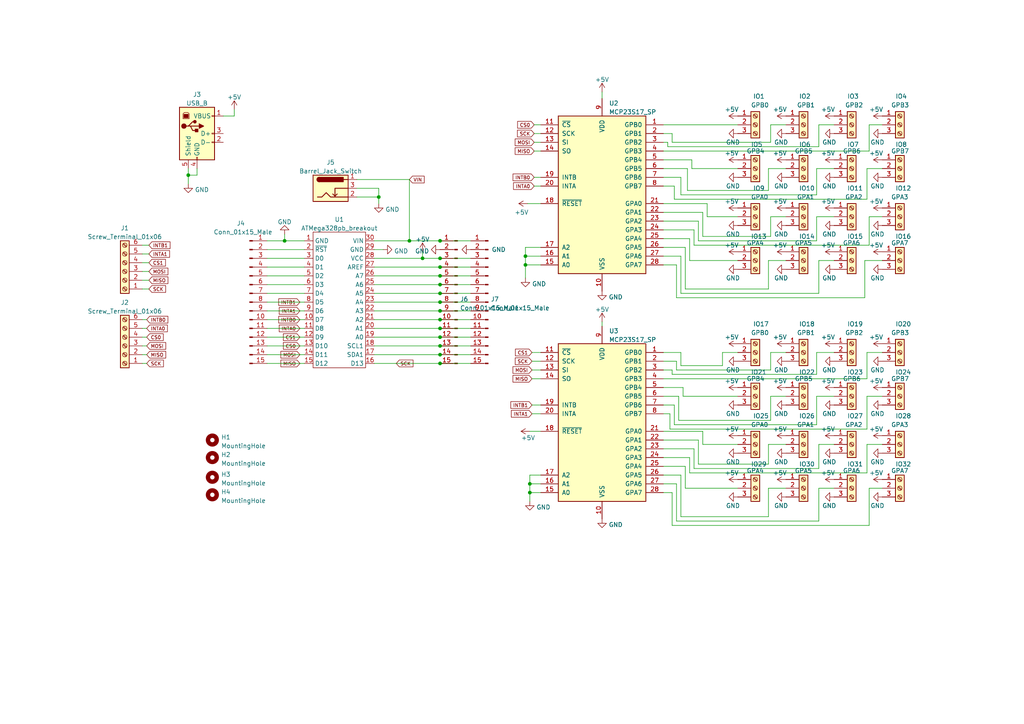
<source format=kicad_sch>
(kicad_sch (version 20230121) (generator eeschema)
  (paper "A4")
  (lib_symbols
    (symbol "Connector:Barrel_Jack_Switch" (pin_names hide)
      (property "Reference" "J" (at 0 5.334 0))
      (property "Value" "Barrel_Jack_Switch" (at 0 -5.08 0))
      (symbol "Barrel_Jack_Switch_1_1"
        (pin passive line (at 7.62 2.54 180) (length 2.54) (name "~") (number "1"))
        (pin passive line (at 7.62 -2.54 180) (length 2.54) (name "~") (number "2"))
        (pin passive line (at 7.62 0 180) (length 2.54) (name "~") (number "3"))
      )
    )
    (symbol "Connector:Conn_01x15_Male" (pin_names (offset 1.016) hide)
      (property "Reference" "J" (at 0 20.32 0))
      (property "Value" "Conn_01x15_Male" (at 0 -20.32 0))
      (symbol "Conn_01x15_Male_1_1"
        (pin passive line (at 5.08 17.78 180) (length 3.81) (name "Pin_1") (number "1"))
        (pin passive line (at 5.08 -5.08 180) (length 3.81) (name "Pin_10") (number "10"))
        (pin passive line (at 5.08 -7.62 180) (length 3.81) (name "Pin_11") (number "11"))
        (pin passive line (at 5.08 -10.16 180) (length 3.81) (name "Pin_12") (number "12"))
        (pin passive line (at 5.08 -12.7 180) (length 3.81) (name "Pin_13") (number "13"))
        (pin passive line (at 5.08 -15.24 180) (length 3.81) (name "Pin_14") (number "14"))
        (pin passive line (at 5.08 -17.78 180) (length 3.81) (name "Pin_15") (number "15"))
        (pin passive line (at 5.08 15.24 180) (length 3.81) (name "Pin_2") (number "2"))
        (pin passive line (at 5.08 12.7 180) (length 3.81) (name "Pin_3") (number "3"))
        (pin passive line (at 5.08 10.16 180) (length 3.81) (name "Pin_4") (number "4"))
        (pin passive line (at 5.08 7.62 180) (length 3.81) (name "Pin_5") (number "5"))
        (pin passive line (at 5.08 5.08 180) (length 3.81) (name "Pin_6") (number "6"))
        (pin passive line (at 5.08 2.54 180) (length 3.81) (name "Pin_7") (number "7"))
        (pin passive line (at 5.08 0 180) (length 3.81) (name "Pin_8") (number "8"))
        (pin passive line (at 5.08 -2.54 180) (length 3.81) (name "Pin_9") (number "9"))
      )
    )
    (symbol "Connector:Screw_Terminal_01x03" (pin_names (offset 1.016) hide)
      (property "Reference" "J" (at 0 5.08 0))
      (property "Value" "Screw_Terminal_01x03" (at 0 -5.08 0))
      (symbol "Screw_Terminal_01x03_1_1"
        (pin passive line (at -5.08 2.54 0) (length 3.81) (name "Pin_1") (number "1"))
        (pin passive line (at -5.08 0 0) (length 3.81) (name "Pin_2") (number "2"))
        (pin passive line (at -5.08 -2.54 0) (length 3.81) (name "Pin_3") (number "3"))
      )
    )
    (symbol "Connector:Screw_Terminal_01x06" (pin_names (offset 1.016) hide)
      (property "Reference" "J" (at 0 7.62 0))
      (property "Value" "Screw_Terminal_01x06" (at 0 -10.16 0))
      (symbol "Screw_Terminal_01x06_1_1"
        (pin passive line (at -5.08 5.08 0) (length 3.81) (name "Pin_1") (number "1"))
        (pin passive line (at -5.08 2.54 0) (length 3.81) (name "Pin_2") (number "2"))
        (pin passive line (at -5.08 0 0) (length 3.81) (name "Pin_3") (number "3"))
        (pin passive line (at -5.08 -2.54 0) (length 3.81) (name "Pin_4") (number "4"))
        (pin passive line (at -5.08 -5.08 0) (length 3.81) (name "Pin_5") (number "5"))
        (pin passive line (at -5.08 -7.62 0) (length 3.81) (name "Pin_6") (number "6"))
      )
    )
    (symbol "Connector:USB_B" (pin_names (offset 1.016))
      (property "Reference" "J" (at -5.08 11.43 0))
      (property "Value" "USB_B" (at -5.08 8.89 0))
      (symbol "USB_B_1_1"
        (pin power_out line (at 7.62 5.08 180) (length 2.54) (name "VBUS") (number "1"))
        (pin bidirectional line (at 7.62 -2.54 180) (length 2.54) (name "D-") (number "2"))
        (pin bidirectional line (at 7.62 0 180) (length 2.54) (name "D+") (number "3"))
        (pin power_out line (at 0 -10.16 90) (length 2.54) (name "GND") (number "4"))
        (pin passive line (at -2.54 -10.16 90) (length 2.54) (name "Shield") (number "5"))
      )
    )
    (symbol "EzerLonginus:ATMega328pb_breakout"
      (property "Reference" "U" (at -1.27 19.05 0))
      (property "Value" "ATMega328pb_breakout" (at 0 16.51 0))
      (symbol "ATMega328pb_breakout_1_1"
        (pin power_in line (at -10.16 12.7 0) (length 2.54) (name "GND") (number "1"))
        (pin bidirectional line (at -10.16 -10.16 0) (length 2.54) (name "D7") (number "10"))
        (pin bidirectional line (at -10.16 -12.7 0) (length 2.54) (name "D8") (number "11"))
        (pin bidirectional line (at -10.16 -15.24 0) (length 2.54) (name "D9") (number "12"))
        (pin bidirectional line (at -10.16 -17.78 0) (length 2.54) (name "D10") (number "13"))
        (pin bidirectional line (at -10.16 -20.32 0) (length 2.54) (name "D11") (number "14"))
        (pin bidirectional line (at -10.16 -22.86 0) (length 2.54) (name "D12") (number "15"))
        (pin bidirectional line (at 10.16 -22.86 180) (length 2.54) (name "D13") (number "16"))
        (pin bidirectional line (at 10.16 -20.32 180) (length 2.54) (name "SDA1") (number "17"))
        (pin bidirectional line (at 10.16 -17.78 180) (length 2.54) (name "SCL1") (number "18"))
        (pin input line (at 10.16 -15.24 180) (length 2.54) (name "A0") (number "19"))
        (pin input line (at -10.16 10.16 0) (length 2.54) (name "~{RST}") (number "2"))
        (pin input line (at 10.16 -12.7 180) (length 2.54) (name "A1") (number "20"))
        (pin input line (at 10.16 -10.16 180) (length 2.54) (name "A2") (number "21"))
        (pin input line (at 10.16 -7.62 180) (length 2.54) (name "A3") (number "22"))
        (pin input line (at 10.16 -5.08 180) (length 2.54) (name "A4") (number "23"))
        (pin input line (at 10.16 -2.54 180) (length 2.54) (name "A5") (number "24"))
        (pin input line (at 10.16 0 180) (length 2.54) (name "A6") (number "25"))
        (pin input line (at 10.16 2.54 180) (length 2.54) (name "A7") (number "26"))
        (pin input line (at 10.16 5.08 180) (length 2.54) (name "AREF") (number "27"))
        (pin power_in line (at 10.16 7.62 180) (length 2.54) (name "VCC") (number "28"))
        (pin power_in line (at 10.16 10.16 180) (length 2.54) (name "GND") (number "29"))
        (pin bidirectional line (at -10.16 7.62 0) (length 2.54) (name "D0") (number "3"))
        (pin power_in line (at 10.16 12.7 180) (length 2.54) (name "VIN") (number "30"))
        (pin bidirectional line (at -10.16 5.08 0) (length 2.54) (name "D1") (number "4"))
        (pin bidirectional line (at -10.16 2.54 0) (length 2.54) (name "D2") (number "5"))
        (pin bidirectional line (at -10.16 0 0) (length 2.54) (name "D3") (number "6"))
        (pin bidirectional line (at -10.16 -2.54 0) (length 2.54) (name "D4") (number "7"))
        (pin bidirectional line (at -10.16 -5.08 0) (length 2.54) (name "D5") (number "8"))
        (pin bidirectional line (at -10.16 -7.62 0) (length 2.54) (name "D6") (number "9"))
      )
    )
    (symbol "Interface_Expansion:MCP23S17_SP" (pin_names (offset 1.016))
      (property "Reference" "U" (at -11.43 24.13 0))
      (property "Value" "MCP23S17_SP" (at 0 0 0))
      (symbol "MCP23S17_SP_1_1"
        (pin bidirectional line (at 17.78 20.32 180) (length 5.08) (name "GPB0") (number "1"))
        (pin power_in line (at 0 -27.94 90) (length 5.08) (name "VSS") (number "10"))
        (pin input line (at -17.78 20.32 0) (length 5.08) (name "~{CS}") (number "11"))
        (pin input line (at -17.78 17.78 0) (length 5.08) (name "SCK") (number "12"))
        (pin input line (at -17.78 15.24 0) (length 5.08) (name "SI") (number "13"))
        (pin output line (at -17.78 12.7 0) (length 5.08) (name "SO") (number "14"))
        (pin input line (at -17.78 -20.32 0) (length 5.08) (name "A0") (number "15"))
        (pin input line (at -17.78 -17.78 0) (length 5.08) (name "A1") (number "16"))
        (pin input line (at -17.78 -15.24 0) (length 5.08) (name "A2") (number "17"))
        (pin input line (at -17.78 -2.54 0) (length 5.08) (name "~{RESET}") (number "18"))
        (pin tri_state line (at -17.78 5.08 0) (length 5.08) (name "INTB") (number "19"))
        (pin bidirectional line (at 17.78 17.78 180) (length 5.08) (name "GPB1") (number "2"))
        (pin tri_state line (at -17.78 2.54 0) (length 5.08) (name "INTA") (number "20"))
        (pin bidirectional line (at 17.78 -2.54 180) (length 5.08) (name "GPA0") (number "21"))
        (pin bidirectional line (at 17.78 -5.08 180) (length 5.08) (name "GPA1") (number "22"))
        (pin bidirectional line (at 17.78 -7.62 180) (length 5.08) (name "GPA2") (number "23"))
        (pin bidirectional line (at 17.78 -10.16 180) (length 5.08) (name "GPA3") (number "24"))
        (pin bidirectional line (at 17.78 -12.7 180) (length 5.08) (name "GPA4") (number "25"))
        (pin bidirectional line (at 17.78 -15.24 180) (length 5.08) (name "GPA5") (number "26"))
        (pin bidirectional line (at 17.78 -17.78 180) (length 5.08) (name "GPA6") (number "27"))
        (pin bidirectional line (at 17.78 -20.32 180) (length 5.08) (name "GPA7") (number "28"))
        (pin bidirectional line (at 17.78 15.24 180) (length 5.08) (name "GPB2") (number "3"))
        (pin bidirectional line (at 17.78 12.7 180) (length 5.08) (name "GPB3") (number "4"))
        (pin bidirectional line (at 17.78 10.16 180) (length 5.08) (name "GPB4") (number "5"))
        (pin bidirectional line (at 17.78 7.62 180) (length 5.08) (name "GPB5") (number "6"))
        (pin bidirectional line (at 17.78 5.08 180) (length 5.08) (name "GPB6") (number "7"))
        (pin bidirectional line (at 17.78 2.54 180) (length 5.08) (name "GPB7") (number "8"))
        (pin power_in line (at 0 27.94 270) (length 5.08) (name "VDD") (number "9"))
      )
    )
    (symbol "Mechanical:MountingHole" (pin_names (offset 1.016))
      (property "Reference" "H" (at 0 5.08 0))
      (property "Value" "MountingHole" (at 0 3.175 0))
    )
    (symbol "power:+5V" (power) (pin_names (offset 0))
      (property "Value" "+5V" (at 0 3.556 0))
      (symbol "+5V_1_1"
        (pin power_in line (at 0 0 90) (length 0) hide (name "+5V") (number "1"))
      )
    )
    (symbol "power:GND" (power) (pin_names (offset 0))
      (property "Value" "GND" (at 0 -3.81 0))
      (symbol "GND_1_1"
        (pin power_in line (at 0 0 270) (length 0) hide (name "GND") (number "1"))
      )
    )
  )
  (junction (at 127.635 77.47))
  (junction (at 127.635 87.63))
  (junction (at 127.635 100.33))
  (junction (at 54.61 50.8))
  (junction (at 127.635 80.01))
  (junction (at 152.4 76.835))
  (junction (at 127.635 102.87))
  (junction (at 153.67 142.875))
  (junction (at 127.635 85.09))
  (junction (at 127.635 92.71))
  (junction (at 127.635 97.79))
  (junction (at 127.635 90.17))
  (junction (at 122.555 74.93))
  (junction (at 118.745 69.85))
  (junction (at 127.635 105.41))
  (junction (at 82.55 69.85))
  (junction (at 127.635 95.25))
  (junction (at 152.4 74.295))
  (junction (at 153.67 140.335))
  (junction (at 127.635 82.55))
  (junction (at 109.855 57.15))
  (junction (at 127.635 69.85))
  (junction (at 127.635 74.93))
  (wire (pts (xy 103.505 52.07) (xy 118.745 52.07)))
  (wire (pts (xy 250.825 86.36) (xy 196.215 86.36)))
  (wire (pts (xy 222.885 75.565) (xy 222.885 83.82)))
  (wire (pts (xy 222.885 128.905) (xy 227.965 128.905)))
  (wire (pts (xy 201.295 135.89) (xy 201.295 130.175)))
  (wire (pts (xy 153.035 59.055) (xy 156.845 59.055)))
  (wire (pts (xy 77.47 92.71) (xy 88.265 92.71)))
  (wire (pts (xy 252.095 71.12) (xy 252.095 62.865)))
  (wire (pts (xy 192.405 120.015) (xy 194.31 120.015)))
  (wire (pts (xy 194.945 41.275) (xy 223.52 41.275)))
  (wire (pts (xy 118.745 69.85) (xy 127.635 69.85)))
  (wire (pts (xy 192.405 132.715) (xy 200.025 132.715)))
  (wire (pts (xy 77.47 74.93) (xy 88.265 74.93)))
  (wire (pts (xy 108.585 97.79) (xy 127.635 97.79)))
  (wire (pts (xy 127.635 92.71) (xy 136.525 92.71)))
  (wire (pts (xy 154.305 104.775) (xy 156.845 104.775)))
  (wire (pts (xy 192.405 61.595) (xy 203.835 61.595)))
  (wire (pts (xy 223.52 62.865) (xy 227.965 62.865)))
  (wire (pts (xy 108.585 87.63) (xy 127.635 87.63)))
  (wire (pts (xy 199.39 48.895) (xy 199.39 55.245)))
  (wire (pts (xy 122.555 74.93) (xy 127.635 74.93)))
  (wire (pts (xy 202.565 69.85) (xy 202.565 64.135)))
  (wire (pts (xy 197.485 137.795) (xy 192.405 137.795)))
  (wire (pts (xy 153.67 137.795) (xy 153.67 140.335)))
  (wire (pts (xy 194.945 142.875) (xy 192.405 142.875)))
  (wire (pts (xy 193.675 42.545) (xy 193.675 41.275)))
  (wire (pts (xy 200.66 46.355) (xy 192.405 46.355)))
  (wire (pts (xy 154.94 41.275) (xy 156.845 41.275)))
  (wire (pts (xy 196.215 107.315) (xy 223.52 107.315)))
  (wire (pts (xy 223.52 114.935) (xy 227.965 114.935)))
  (wire (pts (xy 196.85 114.935) (xy 196.85 121.92)))
  (wire (pts (xy 205.105 59.055) (xy 192.405 59.055)))
  (wire (pts (xy 213.995 102.235) (xy 209.55 102.235)))
  (wire (pts (xy 64.77 33.655) (xy 67.945 33.655)))
  (wire (pts (xy 236.855 123.19) (xy 195.58 123.19)))
  (wire (pts (xy 202.565 64.135) (xy 192.405 64.135)))
  (wire (pts (xy 152.4 71.755) (xy 152.4 74.295)))
  (wire (pts (xy 223.52 107.315) (xy 223.52 102.235)))
  (wire (pts (xy 194.945 152.4) (xy 194.945 142.875)))
  (wire (pts (xy 108.585 100.33) (xy 127.635 100.33)))
  (wire (pts (xy 77.47 77.47) (xy 88.265 77.47)))
  (wire (pts (xy 192.405 104.775) (xy 196.215 104.775)))
  (wire (pts (xy 236.855 102.235) (xy 236.855 108.585)))
  (wire (pts (xy 54.61 50.8) (xy 54.61 53.34)))
  (wire (pts (xy 252.095 43.815) (xy 252.095 36.195)))
  (wire (pts (xy 203.835 68.58) (xy 223.52 68.58)))
  (wire (pts (xy 237.49 128.905) (xy 237.49 135.89)))
  (wire (pts (xy 197.485 56.515) (xy 197.485 51.435)))
  (wire (pts (xy 154.305 102.235) (xy 156.845 102.235)))
  (wire (pts (xy 77.47 82.55) (xy 88.265 82.55)))
  (wire (pts (xy 241.935 102.235) (xy 236.855 102.235)))
  (wire (pts (xy 154.305 107.315) (xy 156.845 107.315)))
  (wire (pts (xy 127.635 100.33) (xy 136.525 100.33)))
  (wire (pts (xy 127.635 105.41) (xy 136.525 105.41)))
  (wire (pts (xy 255.905 141.605) (xy 252.095 141.605)))
  (wire (pts (xy 241.935 114.935) (xy 236.855 114.935)))
  (wire (pts (xy 41.275 83.82) (xy 43.18 83.82)))
  (wire (pts (xy 156.845 137.795) (xy 153.67 137.795)))
  (wire (pts (xy 41.275 100.33) (xy 42.545 100.33)))
  (wire (pts (xy 222.885 48.895) (xy 227.965 48.895)))
  (wire (pts (xy 108.585 80.01) (xy 127.635 80.01)))
  (wire (pts (xy 127.635 87.63) (xy 136.525 87.63)))
  (wire (pts (xy 222.885 149.86) (xy 197.485 149.86)))
  (wire (pts (xy 197.485 74.295) (xy 197.485 85.09)))
  (wire (pts (xy 156.845 74.295) (xy 152.4 74.295)))
  (wire (pts (xy 118.745 52.07) (xy 118.745 69.85)))
  (wire (pts (xy 108.585 85.09) (xy 127.635 85.09)))
  (wire (pts (xy 198.12 112.395) (xy 192.405 112.395)))
  (wire (pts (xy 193.675 41.275) (xy 192.405 41.275)))
  (wire (pts (xy 236.855 114.935) (xy 236.855 123.19)))
  (wire (pts (xy 77.47 72.39) (xy 88.265 72.39)))
  (wire (pts (xy 192.405 69.215) (xy 200.025 69.215)))
  (wire (pts (xy 251.46 102.235) (xy 255.905 102.235)))
  (wire (pts (xy 156.845 76.835) (xy 152.4 76.835)))
  (wire (pts (xy 252.095 62.865) (xy 255.905 62.865)))
  (wire (pts (xy 153.67 142.875) (xy 153.67 145.415)))
  (wire (pts (xy 222.885 55.245) (xy 222.885 48.895)))
  (wire (pts (xy 236.855 56.515) (xy 197.485 56.515)))
  (wire (pts (xy 109.855 54.61) (xy 109.855 57.15)))
  (wire (pts (xy 236.855 108.585) (xy 194.945 108.585)))
  (wire (pts (xy 237.49 141.605) (xy 241.935 141.605)))
  (wire (pts (xy 77.47 102.87) (xy 88.265 102.87)))
  (wire (pts (xy 200.025 75.565) (xy 213.995 75.565)))
  (wire (pts (xy 192.405 43.815) (xy 252.095 43.815)))
  (wire (pts (xy 109.855 57.15) (xy 109.855 59.055)))
  (wire (pts (xy 203.835 125.095) (xy 192.405 125.095)))
  (wire (pts (xy 250.825 75.565) (xy 250.825 86.36)))
  (wire (pts (xy 241.935 48.895) (xy 236.855 48.895)))
  (wire (pts (xy 252.095 141.605) (xy 252.095 152.4)))
  (wire (pts (xy 195.58 117.475) (xy 192.405 117.475)))
  (wire (pts (xy 153.67 140.335) (xy 156.845 140.335)))
  (wire (pts (xy 154.305 109.855) (xy 156.845 109.855)))
  (wire (pts (xy 77.47 87.63) (xy 88.265 87.63)))
  (wire (pts (xy 227.965 141.605) (xy 222.885 141.605)))
  (wire (pts (xy 252.095 36.195) (xy 255.905 36.195)))
  (wire (pts (xy 41.275 95.25) (xy 42.545 95.25)))
  (wire (pts (xy 194.31 124.46) (xy 251.46 124.46)))
  (wire (pts (xy 154.305 120.015) (xy 156.845 120.015)))
  (wire (pts (xy 252.095 152.4) (xy 194.945 152.4)))
  (wire (pts (xy 209.55 102.235) (xy 209.55 106.045)))
  (wire (pts (xy 197.485 85.09) (xy 237.49 85.09)))
  (wire (pts (xy 196.215 151.13) (xy 237.49 151.13)))
  (wire (pts (xy 195.58 53.975) (xy 195.58 57.785)))
  (wire (pts (xy 222.885 83.82) (xy 198.755 83.82)))
  (wire (pts (xy 77.47 69.85) (xy 82.55 69.85)))
  (wire (pts (xy 103.505 54.61) (xy 109.855 54.61)))
  (wire (pts (xy 192.405 109.855) (xy 251.46 109.855)))
  (wire (pts (xy 154.94 38.735) (xy 156.845 38.735)))
  (wire (pts (xy 192.405 127.635) (xy 202.565 127.635)))
  (wire (pts (xy 223.52 102.235) (xy 227.965 102.235)))
  (wire (pts (xy 197.485 149.86) (xy 197.485 137.795)))
  (wire (pts (xy 192.405 66.675) (xy 201.295 66.675)))
  (wire (pts (xy 196.215 104.775) (xy 196.215 107.315)))
  (wire (pts (xy 122.555 73.025) (xy 122.555 74.93)))
  (wire (pts (xy 237.49 85.09) (xy 237.49 75.565)))
  (wire (pts (xy 156.845 71.755) (xy 152.4 71.755)))
  (wire (pts (xy 251.46 124.46) (xy 251.46 114.935)))
  (wire (pts (xy 41.275 71.12) (xy 43.18 71.12)))
  (wire (pts (xy 192.405 140.335) (xy 196.215 140.335)))
  (wire (pts (xy 197.485 102.235) (xy 192.405 102.235)))
  (wire (pts (xy 199.39 55.245) (xy 222.885 55.245)))
  (wire (pts (xy 194.945 108.585) (xy 194.945 107.315)))
  (wire (pts (xy 41.275 76.2) (xy 43.18 76.2)))
  (wire (pts (xy 241.935 128.905) (xy 237.49 128.905)))
  (wire (pts (xy 200.66 48.895) (xy 200.66 46.355)))
  (wire (pts (xy 192.405 135.255) (xy 198.755 135.255)))
  (wire (pts (xy 237.49 36.195) (xy 237.49 42.545)))
  (wire (pts (xy 241.935 36.195) (xy 237.49 36.195)))
  (wire (pts (xy 223.52 68.58) (xy 223.52 62.865)))
  (wire (pts (xy 108.585 90.17) (xy 127.635 90.17)))
  (wire (pts (xy 41.275 73.66) (xy 43.18 73.66)))
  (wire (pts (xy 192.405 38.735) (xy 194.945 38.735)))
  (wire (pts (xy 77.47 95.25) (xy 88.265 95.25)))
  (wire (pts (xy 153.67 142.875) (xy 156.845 142.875)))
  (wire (pts (xy 198.755 83.82) (xy 198.755 71.755)))
  (wire (pts (xy 54.61 50.8) (xy 57.15 50.8)))
  (wire (pts (xy 251.46 57.785) (xy 251.46 48.895)))
  (wire (pts (xy 251.46 109.855) (xy 251.46 102.235)))
  (wire (pts (xy 195.58 57.785) (xy 251.46 57.785)))
  (wire (pts (xy 108.585 74.93) (xy 122.555 74.93)))
  (wire (pts (xy 209.55 106.045) (xy 197.485 106.045)))
  (wire (pts (xy 127.635 85.09) (xy 136.525 85.09)))
  (wire (pts (xy 77.47 85.09) (xy 88.265 85.09)))
  (wire (pts (xy 198.755 135.255) (xy 198.755 141.605)))
  (wire (pts (xy 41.275 81.28) (xy 43.18 81.28)))
  (wire (pts (xy 174.625 93.345) (xy 174.625 94.615)))
  (wire (pts (xy 127.635 97.79) (xy 136.525 97.79)))
  (wire (pts (xy 127.635 82.55) (xy 136.525 82.55)))
  (wire (pts (xy 194.945 38.735) (xy 194.945 41.275)))
  (wire (pts (xy 202.565 127.635) (xy 202.565 134.62)))
  (wire (pts (xy 127.635 74.93) (xy 136.525 74.93)))
  (wire (pts (xy 77.47 100.33) (xy 88.265 100.33)))
  (wire (pts (xy 251.46 114.935) (xy 255.905 114.935)))
  (wire (pts (xy 41.275 105.41) (xy 42.545 105.41)))
  (wire (pts (xy 41.275 78.74) (xy 43.18 78.74)))
  (wire (pts (xy 227.965 75.565) (xy 222.885 75.565)))
  (wire (pts (xy 200.025 132.715) (xy 200.025 137.16)))
  (wire (pts (xy 192.405 36.195) (xy 213.995 36.195)))
  (wire (pts (xy 201.295 71.12) (xy 252.095 71.12)))
  (wire (pts (xy 200.025 137.16) (xy 251.46 137.16)))
  (wire (pts (xy 195.58 123.19) (xy 195.58 117.475)))
  (wire (pts (xy 77.47 90.17) (xy 88.265 90.17)))
  (wire (pts (xy 196.85 121.92) (xy 223.52 121.92)))
  (wire (pts (xy 255.905 75.565) (xy 250.825 75.565)))
  (wire (pts (xy 77.47 105.41) (xy 88.265 105.41)))
  (wire (pts (xy 154.94 36.195) (xy 156.845 36.195)))
  (wire (pts (xy 201.295 130.175) (xy 192.405 130.175)))
  (wire (pts (xy 152.4 76.835) (xy 152.4 80.645)))
  (wire (pts (xy 197.485 51.435) (xy 192.405 51.435)))
  (wire (pts (xy 251.46 128.905) (xy 255.905 128.905)))
  (wire (pts (xy 198.755 71.755) (xy 192.405 71.755)))
  (wire (pts (xy 54.61 48.895) (xy 54.61 50.8)))
  (wire (pts (xy 108.585 77.47) (xy 127.635 77.47)))
  (wire (pts (xy 153.67 125.095) (xy 156.845 125.095)))
  (wire (pts (xy 251.46 137.16) (xy 251.46 128.905)))
  (wire (pts (xy 223.52 41.275) (xy 223.52 36.195)))
  (wire (pts (xy 236.855 69.85) (xy 202.565 69.85)))
  (wire (pts (xy 108.585 105.41) (xy 127.635 105.41)))
  (wire (pts (xy 108.585 82.55) (xy 127.635 82.55)))
  (wire (pts (xy 196.215 86.36) (xy 196.215 76.835)))
  (wire (pts (xy 222.885 134.62) (xy 222.885 128.905)))
  (wire (pts (xy 108.585 72.39) (xy 111.125 72.39)))
  (wire (pts (xy 198.12 114.935) (xy 198.12 112.395)))
  (wire (pts (xy 153.67 140.335) (xy 153.67 142.875)))
  (wire (pts (xy 213.995 62.865) (xy 205.105 62.865)))
  (wire (pts (xy 197.485 106.045) (xy 197.485 102.235)))
  (wire (pts (xy 213.995 128.905) (xy 203.835 128.905)))
  (wire (pts (xy 223.52 36.195) (xy 227.965 36.195)))
  (wire (pts (xy 241.935 62.865) (xy 236.855 62.865)))
  (wire (pts (xy 196.215 140.335) (xy 196.215 151.13)))
  (wire (pts (xy 77.47 80.01) (xy 88.265 80.01)))
  (wire (pts (xy 108.585 69.85) (xy 118.745 69.85)))
  (wire (pts (xy 200.025 69.215) (xy 200.025 75.565)))
  (wire (pts (xy 203.835 61.595) (xy 203.835 68.58)))
  (wire (pts (xy 236.855 62.865) (xy 236.855 69.85)))
  (wire (pts (xy 67.945 31.75) (xy 67.945 33.655)))
  (wire (pts (xy 192.405 53.975) (xy 195.58 53.975)))
  (wire (pts (xy 194.945 107.315) (xy 192.405 107.315)))
  (wire (pts (xy 82.55 67.945) (xy 82.55 69.85)))
  (wire (pts (xy 174.625 26.67) (xy 174.625 28.575)))
  (wire (pts (xy 127.635 69.85) (xy 136.525 69.85)))
  (wire (pts (xy 152.4 74.295) (xy 152.4 76.835)))
  (wire (pts (xy 108.585 95.25) (xy 127.635 95.25)))
  (wire (pts (xy 154.94 43.815) (xy 156.845 43.815)))
  (wire (pts (xy 237.49 135.89) (xy 201.295 135.89)))
  (wire (pts (xy 127.635 95.25) (xy 136.525 95.25)))
  (wire (pts (xy 196.215 76.835) (xy 192.405 76.835)))
  (wire (pts (xy 213.995 114.935) (xy 198.12 114.935)))
  (wire (pts (xy 198.755 141.605) (xy 213.995 141.605)))
  (wire (pts (xy 213.995 48.895) (xy 200.66 48.895)))
  (wire (pts (xy 237.49 42.545) (xy 193.675 42.545)))
  (wire (pts (xy 192.405 114.935) (xy 196.85 114.935)))
  (wire (pts (xy 41.275 92.71) (xy 42.545 92.71)))
  (wire (pts (xy 202.565 134.62) (xy 222.885 134.62)))
  (wire (pts (xy 194.31 120.015) (xy 194.31 124.46)))
  (wire (pts (xy 127.635 90.17) (xy 136.525 90.17)))
  (wire (pts (xy 41.275 102.87) (xy 42.545 102.87)))
  (wire (pts (xy 127.635 77.47) (xy 136.525 77.47)))
  (wire (pts (xy 237.49 75.565) (xy 241.935 75.565)))
  (wire (pts (xy 237.49 151.13) (xy 237.49 141.605)))
  (wire (pts (xy 108.585 92.71) (xy 127.635 92.71)))
  (wire (pts (xy 127.635 80.01) (xy 136.525 80.01)))
  (wire (pts (xy 108.585 102.87) (xy 127.635 102.87)))
  (wire (pts (xy 77.47 97.79) (xy 88.265 97.79)))
  (wire (pts (xy 103.505 57.15) (xy 109.855 57.15)))
  (wire (pts (xy 82.55 69.85) (xy 88.265 69.85)))
  (wire (pts (xy 127.635 102.87) (xy 136.525 102.87)))
  (wire (pts (xy 154.94 53.975) (xy 156.845 53.975)))
  (wire (pts (xy 222.885 141.605) (xy 222.885 149.86)))
  (wire (pts (xy 236.855 48.895) (xy 236.855 56.515)))
  (wire (pts (xy 41.275 97.79) (xy 42.545 97.79)))
  (wire (pts (xy 201.295 66.675) (xy 201.295 71.12)))
  (wire (pts (xy 192.405 48.895) (xy 199.39 48.895)))
  (wire (pts (xy 223.52 121.92) (xy 223.52 114.935)))
  (wire (pts (xy 203.835 128.905) (xy 203.835 125.095)))
  (wire (pts (xy 154.305 117.475) (xy 156.845 117.475)))
  (wire (pts (xy 251.46 48.895) (xy 255.905 48.895)))
  (wire (pts (xy 57.15 48.895) (xy 57.15 50.8)))
  (wire (pts (xy 192.405 74.295) (xy 197.485 74.295)))
  (wire (pts (xy 205.105 62.865) (xy 205.105 59.055)))
  (wire (pts (xy 154.94 51.435) (xy 156.845 51.435)))
  (global_label "INTA0" (shape input) (at 86.995 95.25 180) (effects (font (size 1 1))) (property "Intersheetrefs" "${INTERSHEET_REFS}" (effects hide)))
  (global_label "CS0" (shape input) (at 42.545 97.79 0) (effects (font (size 1 1))) (property "Intersheetrefs" "${INTERSHEET_REFS}" (effects hide)))
  (global_label "MOSI" (shape input) (at 154.94 41.275 180) (effects (font (size 1 1))) (property "Intersheetrefs" "${INTERSHEET_REFS}" (effects hide)))
  (global_label "INTB0" (shape input) (at 86.995 92.71 180) (effects (font (size 1 1))) (property "Intersheetrefs" "${INTERSHEET_REFS}" (effects hide)))
  (global_label "MOSI" (shape input) (at 42.545 100.33 0) (effects (font (size 1 1))) (property "Intersheetrefs" "${INTERSHEET_REFS}" (effects hide)))
  (global_label "MISO" (shape input) (at 42.545 102.87 0) (effects (font (size 1 1))) (property "Intersheetrefs" "${INTERSHEET_REFS}" (effects hide)))
  (global_label "INTB0" (shape input) (at 154.94 51.435 180) (effects (font (size 1 1))) (property "Intersheetrefs" "${INTERSHEET_REFS}" (effects hide)))
  (global_label "MOSI" (shape input) (at 86.995 102.87 180) (effects (font (size 1 1))) (property "Intersheetrefs" "${INTERSHEET_REFS}" (effects hide)))
  (global_label "MOSI" (shape input) (at 43.18 78.74 0) (effects (font (size 1 1))) (property "Intersheetrefs" "${INTERSHEET_REFS}" (effects hide)))
  (global_label "INTA1" (shape input) (at 154.305 120.015 180) (effects (font (size 1 1))) (property "Intersheetrefs" "${INTERSHEET_REFS}" (effects hide)))
  (global_label "INTB1" (shape input) (at 43.18 71.12 0) (effects (font (size 1 1))) (property "Intersheetrefs" "${INTERSHEET_REFS}" (effects hide)))
  (global_label "MISO" (shape input) (at 43.18 81.28 0) (effects (font (size 1 1))) (property "Intersheetrefs" "${INTERSHEET_REFS}" (effects hide)))
  (global_label "SCK" (shape input) (at 114.935 105.41 0) (effects (font (size 1 1))) (property "Intersheetrefs" "${INTERSHEET_REFS}" (effects hide)))
  (global_label "SCK" (shape input) (at 154.305 104.775 180) (effects (font (size 1 1))) (property "Intersheetrefs" "${INTERSHEET_REFS}" (effects hide)))
  (global_label "SCK" (shape input) (at 42.545 105.41 0) (effects (font (size 1 1))) (property "Intersheetrefs" "${INTERSHEET_REFS}" (effects hide)))
  (global_label "CS1" (shape input) (at 43.18 76.2 0) (effects (font (size 1 1))) (property "Intersheetrefs" "${INTERSHEET_REFS}" (effects hide)))
  (global_label "CS0" (shape input) (at 86.995 100.33 180) (effects (font (size 1 1))) (property "Intersheetrefs" "${INTERSHEET_REFS}" (effects hide)))
  (global_label "MISO" (shape input) (at 154.305 109.855 180) (effects (font (size 1 1))) (property "Intersheetrefs" "${INTERSHEET_REFS}" (effects hide)))
  (global_label "SCK" (shape input) (at 43.18 83.82 0) (effects (font (size 1 1))) (property "Intersheetrefs" "${INTERSHEET_REFS}" (effects hide)))
  (global_label "MISO" (shape input) (at 154.94 43.815 180) (effects (font (size 1 1))) (property "Intersheetrefs" "${INTERSHEET_REFS}" (effects hide)))
  (global_label "SCK" (shape input) (at 154.94 38.735 180) (effects (font (size 1 1))) (property "Intersheetrefs" "${INTERSHEET_REFS}" (effects hide)))
  (global_label "MOSI" (shape input) (at 154.305 107.315 180) (effects (font (size 1 1))) (property "Intersheetrefs" "${INTERSHEET_REFS}" (effects hide)))
  (global_label "CS1" (shape input) (at 86.995 97.79 180) (effects (font (size 1 1))) (property "Intersheetrefs" "${INTERSHEET_REFS}" (effects hide)))
  (global_label "CS0" (shape input) (at 154.94 36.195 180) (effects (font (size 1 1))) (property "Intersheetrefs" "${INTERSHEET_REFS}" (effects hide)))
  (global_label "INTA0" (shape input) (at 42.545 95.25 0) (effects (font (size 1 1))) (property "Intersheetrefs" "${INTERSHEET_REFS}" (effects hide)))
  (global_label "MISO" (shape input) (at 86.995 105.41 180) (effects (font (size 1 1))) (property "Intersheetrefs" "${INTERSHEET_REFS}" (effects hide)))
  (global_label "INTA0" (shape input) (at 154.94 53.975 180) (effects (font (size 1 1))) (property "Intersheetrefs" "${INTERSHEET_REFS}" (effects hide)))
  (global_label "INTB0" (shape input) (at 42.545 92.71 0) (effects (font (size 1 1))) (property "Intersheetrefs" "${INTERSHEET_REFS}" (effects hide)))
  (global_label "INTA1" (shape input) (at 86.995 90.17 180) (effects (font (size 1 1))) (property "Intersheetrefs" "${INTERSHEET_REFS}" (effects hide)))
  (global_label "CS1" (shape input) (at 154.305 102.235 180) (effects (font (size 1 1))) (property "Intersheetrefs" "${INTERSHEET_REFS}" (effects hide)))
  (global_label "INTB1" (shape input) (at 154.305 117.475 180) (effects (font (size 1 1))) (property "Intersheetrefs" "${INTERSHEET_REFS}" (effects hide)))
  (global_label "VIN" (shape input) (at 118.745 52.07 0) (effects (font (size 1 1))) (property "Intersheetrefs" "${INTERSHEET_REFS}" (effects hide)))
  (global_label "INTA1" (shape input) (at 43.18 73.66 0) (effects (font (size 1 1))) (property "Intersheetrefs" "${INTERSHEET_REFS}" (effects hide)))
  (global_label "INTB1" (shape input) (at 86.995 87.63 180) (effects (font (size 1 1))) (property "Intersheetrefs" "${INTERSHEET_REFS}" (effects hide)))
  (symbol (lib_id "power:+5V") (at 122.555 73.025 0) (unit 1)
    (property "Reference" "#PWR06" (effects hide))
    (property "Value" "+5V" (at 122.555 69.4492 0))
  )
  (symbol (lib_id "Connector:Screw_Terminal_01x03") (at 260.985 36.195 0) (unit 1)
    (property "Reference" "IO4" (at 259.715 27.94 0) (effects (justify left)))
    (property "Value" "GPB3" (at 258.445 30.48 0) (effects (justify left)))
    (property "Footprint" "TerminalBlock_TE-Connectivity:TerminalBlock_TE_282834-3_1x03_P2.54mm_Horizontal" (effects hide))
  )
  (symbol (lib_id "power:GND") (at 241.935 51.435 270) (unit 1)
    (property "Reference" "#PWR051" (effects hide))
    (property "Value" "GND" (at 242.57 53.975 90) (effects (justify right)))
  )
  (symbol (lib_id "power:GND") (at 111.125 72.39 90) (unit 1)
    (property "Reference" "#PWR05" (effects hide))
    (property "Value" "GND" (at 114.3 72.8238 90) (effects (justify right)))
  )
  (symbol (lib_id "power:+5V") (at 227.965 112.395 90) (unit 1)
    (property "Reference" "#PWR042" (effects hide))
    (property "Value" "+5V" (at 224.155 110.49 90) (effects (justify right)))
  )
  (symbol (lib_id "Connector:Screw_Terminal_01x03") (at 247.015 62.865 0) (unit 1)
    (property "Reference" "IO11" (at 245.745 54.61 0) (effects (justify left)))
    (property "Value" "GPA2" (at 245.11 57.15 0) (effects (justify left)))
    (property "Footprint" "TerminalBlock_TE-Connectivity:TerminalBlock_TE_282834-3_1x03_P2.54mm_Horizontal" (effects hide))
  )
  (symbol (lib_id "Mechanical:MountingHole") (at 61.595 127.635 0) (unit 1)
    (property "Reference" "H1" (at 64.135 126.8003 0) (effects (justify left)))
    (property "Value" "MountingHole" (at 64.135 129.3372 0) (effects (justify left)))
    (property "Footprint" "MountingHole:MountingHole_3.2mm_M3_DIN965_Pad" (effects hide))
  )
  (symbol (lib_id "power:+5V") (at 227.965 99.695 90) (unit 1)
    (property "Reference" "#PWR040" (effects hide))
    (property "Value" "+5V" (at 224.155 97.79 90) (effects (justify right)))
  )
  (symbol (lib_id "Connector:Screw_Terminal_01x06") (at 36.195 100.33 180) (unit 1)
    (property "Reference" "J2" (at 36.195 87.7402 0))
    (property "Value" "Screw_Terminal_01x06" (at 36.195 90.2771 0))
    (property "Footprint" "TerminalBlock_TE-Connectivity:TerminalBlock_TE_282834-6_1x06_P2.54mm_Horizontal" (effects hide))
  )
  (symbol (lib_id "power:GND") (at 213.995 117.475 270) (unit 1)
    (property "Reference" "#PWR027" (effects hide))
    (property "Value" "GND" (at 214.63 120.015 90) (effects (justify right)))
  )
  (symbol (lib_id "power:GND") (at 213.995 51.435 270) (unit 1)
    (property "Reference" "#PWR019" (effects hide))
    (property "Value" "GND" (at 214.63 53.975 90) (effects (justify right)))
  )
  (symbol (lib_id "power:GND") (at 241.935 38.735 270) (unit 1)
    (property "Reference" "#PWR049" (effects hide))
    (property "Value" "GND" (at 242.57 41.275 90) (effects (justify right)))
  )
  (symbol (lib_id "power:GND") (at 227.965 104.775 270) (unit 1)
    (property "Reference" "#PWR041" (effects hide))
    (property "Value" "GND" (at 228.6 107.315 90) (effects (justify right)))
  )
  (symbol (lib_id "power:+5V") (at 174.625 93.345 0) (unit 1)
    (property "Reference" "#PWR014" (effects hide))
    (property "Value" "+5V" (at 174.625 89.7692 0))
  )
  (symbol (lib_id "power:+5V") (at 241.935 99.695 90) (unit 1)
    (property "Reference" "#PWR056" (effects hide))
    (property "Value" "+5V" (at 238.125 97.79 90) (effects (justify right)))
  )
  (symbol (lib_id "Connector:Screw_Terminal_01x03") (at 233.045 36.195 0) (unit 1)
    (property "Reference" "IO2" (at 231.775 27.94 0) (effects (justify left)))
    (property "Value" "GPB1" (at 231.14 30.48 0) (effects (justify left)))
    (property "Footprint" "TerminalBlock_TE-Connectivity:TerminalBlock_TE_282834-3_1x03_P2.54mm_Horizontal" (effects hide))
  )
  (symbol (lib_id "power:+5V") (at 255.905 126.365 90) (unit 1)
    (property "Reference" "#PWR076" (effects hide))
    (property "Value" "+5V" (at 252.095 124.46 90) (effects (justify right)))
  )
  (symbol (lib_id "Connector:Screw_Terminal_01x03") (at 247.015 114.935 0) (unit 1)
    (property "Reference" "IO23" (at 245.745 107.95 0) (effects (justify left)))
    (property "Value" "GPB6" (at 244.475 109.855 0) (effects (justify left)))
    (property "Footprint" "TerminalBlock_TE-Connectivity:TerminalBlock_TE_282834-3_1x03_P2.54mm_Horizontal" (effects hide))
  )
  (symbol (lib_id "Connector:Screw_Terminal_01x03") (at 233.045 102.235 0) (unit 1)
    (property "Reference" "IO18" (at 231.775 93.98 0) (effects (justify left)))
    (property "Value" "GPB1" (at 231.14 96.52 0) (effects (justify left)))
    (property "Footprint" "TerminalBlock_TE-Connectivity:TerminalBlock_TE_282834-3_1x03_P2.54mm_Horizontal" (effects hide))
  )
  (symbol (lib_id "power:+5V") (at 213.995 112.395 90) (unit 1)
    (property "Reference" "#PWR026" (effects hide))
    (property "Value" "+5V" (at 210.185 110.49 90) (effects (justify right)))
  )
  (symbol (lib_id "power:+5V") (at 241.935 73.025 90) (unit 1)
    (property "Reference" "#PWR054" (effects hide))
    (property "Value" "+5V" (at 238.125 71.12 90) (effects (justify right)))
  )
  (symbol (lib_id "Connector:Screw_Terminal_01x03") (at 260.985 62.865 0) (unit 1)
    (property "Reference" "IO12" (at 259.715 54.61 0) (effects (justify left)))
    (property "Value" "GPA3" (at 258.445 57.15 0) (effects (justify left)))
    (property "Footprint" "TerminalBlock_TE-Connectivity:TerminalBlock_TE_282834-3_1x03_P2.54mm_Horizontal" (effects hide))
  )
  (symbol (lib_id "power:GND") (at 227.965 144.145 270) (unit 1)
    (property "Reference" "#PWR047" (effects hide))
    (property "Value" "GND" (at 228.6 146.685 90) (effects (justify right)))
  )
  (symbol (lib_id "Connector:Screw_Terminal_01x03") (at 260.985 48.895 0) (unit 1)
    (property "Reference" "IO8" (at 259.715 41.91 0) (effects (justify left)))
    (property "Value" "GPB7" (at 258.445 43.815 0) (effects (justify left)))
    (property "Footprint" "TerminalBlock_TE-Connectivity:TerminalBlock_TE_282834-3_1x03_P2.54mm_Horizontal" (effects hide))
  )
  (symbol (lib_id "power:+5V") (at 227.965 73.025 90) (unit 1)
    (property "Reference" "#PWR038" (effects hide))
    (property "Value" "+5V" (at 224.155 71.12 90) (effects (justify right)))
  )
  (symbol (lib_id "power:+5V") (at 227.965 33.655 90) (unit 1)
    (property "Reference" "#PWR032" (effects hide))
    (property "Value" "+5V" (at 224.155 31.75 90) (effects (justify right)))
  )
  (symbol (lib_id "Connector:Conn_01x15_Male") (at 72.39 87.63 0) (unit 1)
    (property "Reference" "J4" (at 69.85 64.77 0))
    (property "Value" "Conn_01x15_Male" (at 70.485 67.31 0))
    (property "Footprint" "Connector_PinHeader_2.54mm:PinHeader_1x15_P2.54mm_Vertical" (effects hide))
  )
  (symbol (lib_id "power:+5V") (at 241.935 139.065 90) (unit 1)
    (property "Reference" "#PWR062" (effects hide))
    (property "Value" "+5V" (at 238.125 137.16 90) (effects (justify right)))
  )
  (symbol (lib_id "power:+5V") (at 213.995 126.365 90) (unit 1)
    (property "Reference" "#PWR028" (effects hide))
    (property "Value" "+5V" (at 210.185 124.46 90) (effects (justify right)))
  )
  (symbol (lib_id "power:+5V") (at 213.995 46.355 90) (unit 1)
    (property "Reference" "#PWR018" (effects hide))
    (property "Value" "+5V" (at 210.185 44.45 90) (effects (justify right)))
  )
  (symbol (lib_id "Connector:Screw_Terminal_01x03") (at 233.045 48.895 0) (unit 1)
    (property "Reference" "IO6" (at 231.775 41.91 0) (effects (justify left)))
    (property "Value" "GPB5" (at 230.505 43.815 0) (effects (justify left)))
    (property "Footprint" "TerminalBlock_TE-Connectivity:TerminalBlock_TE_282834-3_1x03_P2.54mm_Horizontal" (effects hide))
  )
  (symbol (lib_id "power:GND") (at 153.67 145.415 0) (unit 1)
    (property "Reference" "#PWR011" (effects hide))
    (property "Value" "GND" (at 155.575 147.1188 0) (effects (justify left)))
  )
  (symbol (lib_id "power:GND") (at 213.995 131.445 270) (unit 1)
    (property "Reference" "#PWR029" (effects hide))
    (property "Value" "GND" (at 214.63 133.985 90) (effects (justify right)))
  )
  (symbol (lib_id "Mechanical:MountingHole") (at 61.595 132.715 0) (unit 1)
    (property "Reference" "H2" (at 64.135 131.8803 0) (effects (justify left)))
    (property "Value" "MountingHole" (at 64.135 134.4172 0) (effects (justify left)))
    (property "Footprint" "MountingHole:MountingHole_3.2mm_M3_DIN965_Pad" (effects hide))
  )
  (symbol (lib_id "power:GND") (at 241.935 144.145 270) (unit 1)
    (property "Reference" "#PWR063" (effects hide))
    (property "Value" "GND" (at 242.57 146.685 90) (effects (justify right)))
  )
  (symbol (lib_id "power:GND") (at 255.905 104.775 270) (unit 1)
    (property "Reference" "#PWR073" (effects hide))
    (property "Value" "GND" (at 256.54 107.315 90) (effects (justify right)))
  )
  (symbol (lib_id "power:GND") (at 241.935 65.405 270) (unit 1)
    (property "Reference" "#PWR053" (effects hide))
    (property "Value" "GND" (at 242.57 67.945 90) (effects (justify right)))
  )
  (symbol (lib_id "power:GND") (at 136.525 72.39 270) (unit 1)
    (property "Reference" "#PWR080" (effects hide))
    (property "Value" "GND" (at 146.685 72.39 90) (effects (justify right)))
  )
  (symbol (lib_id "power:GND") (at 227.965 38.735 270) (unit 1)
    (property "Reference" "#PWR033" (effects hide))
    (property "Value" "GND" (at 228.6 41.275 90) (effects (justify right)))
  )
  (symbol (lib_id "power:+5V") (at 255.905 46.355 90) (unit 1)
    (property "Reference" "#PWR066" (effects hide))
    (property "Value" "+5V" (at 252.095 44.45 90) (effects (justify right)))
  )
  (symbol (lib_id "Connector:Screw_Terminal_01x03") (at 247.015 141.605 0) (unit 1)
    (property "Reference" "IO31" (at 245.745 134.62 0) (effects (justify left)))
    (property "Value" "GPA6" (at 244.475 136.525 0) (effects (justify left)))
    (property "Footprint" "TerminalBlock_TE-Connectivity:TerminalBlock_TE_282834-3_1x03_P2.54mm_Horizontal" (effects hide))
  )
  (symbol (lib_id "Connector:Screw_Terminal_01x03") (at 219.075 62.865 0) (unit 1)
    (property "Reference" "IO9" (at 218.44 54.61 0) (effects (justify left)))
    (property "Value" "GPA0" (at 217.805 57.15 0) (effects (justify left)))
    (property "Footprint" "TerminalBlock_TE-Connectivity:TerminalBlock_TE_282834-3_1x03_P2.54mm_Horizontal" (effects hide))
  )
  (symbol (lib_id "power:GND") (at 255.905 38.735 270) (unit 1)
    (property "Reference" "#PWR065" (effects hide))
    (property "Value" "GND" (at 256.54 41.275 90) (effects (justify right)))
  )
  (symbol (lib_id "Connector:Screw_Terminal_01x03") (at 219.075 141.605 0) (unit 1)
    (property "Reference" "IO29" (at 217.805 134.62 0) (effects (justify left)))
    (property "Value" "GPA4" (at 216.535 136.525 0) (effects (justify left)))
    (property "Footprint" "TerminalBlock_TE-Connectivity:TerminalBlock_TE_282834-3_1x03_P2.54mm_Horizontal" (effects hide))
  )
  (symbol (lib_id "power:GND") (at 213.995 78.105 270) (unit 1)
    (property "Reference" "#PWR023" (effects hide))
    (property "Value" "GND" (at 214.63 80.645 90) (effects (justify right)))
  )
  (symbol (lib_id "power:+5V") (at 255.905 139.065 90) (unit 1)
    (property "Reference" "#PWR078" (effects hide))
    (property "Value" "+5V" (at 252.095 137.16 90) (effects (justify right)))
  )
  (symbol (lib_id "power:+5V") (at 67.945 31.75 0) (unit 1)
    (property "Reference" "#PWR02" (effects hide))
    (property "Value" "+5V" (at 67.945 28.1742 0))
  )
  (symbol (lib_id "Connector:Screw_Terminal_01x03") (at 247.015 102.235 0) (unit 1)
    (property "Reference" "IO19" (at 245.745 93.98 0) (effects (justify left)))
    (property "Value" "GPB2" (at 245.11 96.52 0) (effects (justify left)))
    (property "Footprint" "TerminalBlock_TE-Connectivity:TerminalBlock_TE_282834-3_1x03_P2.54mm_Horizontal" (effects hide))
  )
  (symbol (lib_id "Connector:Screw_Terminal_01x03") (at 247.015 36.195 0) (unit 1)
    (property "Reference" "IO3" (at 245.745 27.94 0) (effects (justify left)))
    (property "Value" "GPB2" (at 245.11 30.48 0) (effects (justify left)))
    (property "Footprint" "TerminalBlock_TE-Connectivity:TerminalBlock_TE_282834-3_1x03_P2.54mm_Horizontal" (effects hide))
  )
  (symbol (lib_id "power:GND") (at 241.935 117.475 270) (unit 1)
    (property "Reference" "#PWR059" (effects hide))
    (property "Value" "GND" (at 242.57 120.015 90) (effects (justify right)))
  )
  (symbol (lib_id "power:GND") (at 127.635 72.39 270) (unit 1)
    (property "Reference" "#PWR07" (effects hide))
    (property "Value" "GND" (at 124.4601 72.8238 90) (effects (justify right)))
  )
  (symbol (lib_id "power:+5V") (at 255.905 73.025 90) (unit 1)
    (property "Reference" "#PWR070" (effects hide))
    (property "Value" "+5V" (at 252.095 71.12 90) (effects (justify right)))
  )
  (symbol (lib_id "Connector:Conn_01x15_Male") (at 132.715 87.63 0) (mirror y) (unit 1)
    (property "Reference" "J6" (at 133.4262 86.7953 0) (effects (justify right)))
    (property "Value" "Conn_01x15_Male" (at 133.4262 89.3322 0) (effects (justify right)))
    (property "Footprint" "Connector_PinHeader_2.54mm:PinHeader_1x15_P2.54mm_Vertical" (effects hide))
  )
  (symbol (lib_id "Connector:Screw_Terminal_01x03") (at 219.075 102.235 0) (unit 1)
    (property "Reference" "IO17" (at 218.44 93.98 0) (effects (justify left)))
    (property "Value" "GPB0" (at 217.805 96.52 0) (effects (justify left)))
    (property "Footprint" "TerminalBlock_TE-Connectivity:TerminalBlock_TE_282834-3_1x03_P2.54mm_Horizontal" (effects hide))
  )
  (symbol (lib_id "Connector:Screw_Terminal_01x03") (at 219.075 128.905 0) (unit 1)
    (property "Reference" "IO25" (at 218.44 120.65 0) (effects (justify left)))
    (property "Value" "GPA0" (at 217.805 123.19 0) (effects (justify left)))
    (property "Footprint" "TerminalBlock_TE-Connectivity:TerminalBlock_TE_282834-3_1x03_P2.54mm_Horizontal" (effects hide))
  )
  (symbol (lib_id "power:GND") (at 255.905 117.475 270) (unit 1)
    (property "Reference" "#PWR075" (effects hide))
    (property "Value" "GND" (at 256.54 120.015 90) (effects (justify right)))
  )
  (symbol (lib_id "Interface_Expansion:MCP23S17_SP") (at 174.625 56.515 0) (unit 1)
    (property "Reference" "U2" (at 176.6444 29.9552 0) (effects (justify left)))
    (property "Value" "MCP23S17_SP" (at 176.6444 32.4921 0) (effects (justify left)))
    (property "Footprint" "Package_DIP:DIP-28_W7.62mm" (effects hide))
    (property "Datasheet" "http://ww1.microchip.com/downloads/en/DeviceDoc/20001952C.pdf" (effects hide))
  )
  (symbol (lib_id "power:GND") (at 241.935 78.105 270) (unit 1)
    (property "Reference" "#PWR055" (effects hide))
    (property "Value" "GND" (at 242.57 80.645 90) (effects (justify right)))
  )
  (symbol (lib_id "Connector:Screw_Terminal_01x03") (at 233.045 75.565 0) (unit 1)
    (property "Reference" "IO14" (at 231.775 68.58 0) (effects (justify left)))
    (property "Value" "GPA5" (at 230.505 70.485 0) (effects (justify left)))
    (property "Footprint" "TerminalBlock_TE-Connectivity:TerminalBlock_TE_282834-3_1x03_P2.54mm_Horizontal" (effects hide))
  )
  (symbol (lib_id "power:+5V") (at 255.905 99.695 90) (unit 1)
    (property "Reference" "#PWR072" (effects hide))
    (property "Value" "+5V" (at 252.095 97.79 90) (effects (justify right)))
  )
  (symbol (lib_id "power:+5V") (at 241.935 33.655 90) (unit 1)
    (property "Reference" "#PWR048" (effects hide))
    (property "Value" "+5V" (at 238.125 31.75 90) (effects (justify right)))
  )
  (symbol (lib_id "power:+5V") (at 241.935 112.395 90) (unit 1)
    (property "Reference" "#PWR058" (effects hide))
    (property "Value" "+5V" (at 238.125 110.49 90) (effects (justify right)))
  )
  (symbol (lib_id "power:GND") (at 227.965 131.445 270) (unit 1)
    (property "Reference" "#PWR045" (effects hide))
    (property "Value" "GND" (at 228.6 133.985 90) (effects (justify right)))
  )
  (symbol (lib_id "power:+5V") (at 153.67 125.095 90) (unit 1)
    (property "Reference" "#PWR010" (effects hide))
    (property "Value" "+5V" (at 151.13 127 90) (effects (justify right)))
  )
  (symbol (lib_id "Interface_Expansion:MCP23S17_SP") (at 174.625 122.555 0) (unit 1)
    (property "Reference" "U3" (at 176.6444 95.9952 0) (effects (justify left)))
    (property "Value" "MCP23S17_SP" (at 176.6444 98.5321 0) (effects (justify left)))
    (property "Footprint" "Package_DIP:DIP-28_W7.62mm" (effects hide))
    (property "Datasheet" "http://ww1.microchip.com/downloads/en/DeviceDoc/20001952C.pdf" (effects hide))
  )
  (symbol (lib_id "power:GND") (at 174.625 150.495 0) (unit 1)
    (property "Reference" "#PWR015" (effects hide))
    (property "Value" "GND" (at 176.53 152.1988 0) (effects (justify left)))
  )
  (symbol (lib_id "power:+5V") (at 227.965 46.355 90) (unit 1)
    (property "Reference" "#PWR034" (effects hide))
    (property "Value" "+5V" (at 224.155 44.45 90) (effects (justify right)))
  )
  (symbol (lib_id "Connector:Screw_Terminal_01x03") (at 247.015 75.565 0) (unit 1)
    (property "Reference" "IO15" (at 245.745 68.58 0) (effects (justify left)))
    (property "Value" "GPA6" (at 244.475 70.485 0) (effects (justify left)))
    (property "Footprint" "TerminalBlock_TE-Connectivity:TerminalBlock_TE_282834-3_1x03_P2.54mm_Horizontal" (effects hide))
  )
  (symbol (lib_id "power:+5V") (at 255.905 60.325 90) (unit 1)
    (property "Reference" "#PWR068" (effects hide))
    (property "Value" "+5V" (at 252.095 58.42 90) (effects (justify right)))
  )
  (symbol (lib_id "Connector:Screw_Terminal_01x03") (at 260.985 141.605 0) (unit 1)
    (property "Reference" "IO32" (at 259.715 134.62 0) (effects (justify left)))
    (property "Value" "GPA7" (at 258.445 136.525 0) (effects (justify left)))
    (property "Footprint" "TerminalBlock_TE-Connectivity:TerminalBlock_TE_282834-3_1x03_P2.54mm_Horizontal" (effects hide))
  )
  (symbol (lib_id "power:+5V") (at 241.935 46.355 90) (unit 1)
    (property "Reference" "#PWR050" (effects hide))
    (property "Value" "+5V" (at 238.125 44.45 90) (effects (justify right)))
  )
  (symbol (lib_id "Mechanical:MountingHole") (at 61.595 143.51 0) (unit 1)
    (property "Reference" "H4" (at 64.135 142.6753 0) (effects (justify left)))
    (property "Value" "MountingHole" (at 64.135 145.2122 0) (effects (justify left)))
    (property "Footprint" "MountingHole:MountingHole_3.2mm_M3_DIN965_Pad" (effects hide))
  )
  (symbol (lib_id "power:GND") (at 152.4 80.645 0) (unit 1)
    (property "Reference" "#PWR08" (effects hide))
    (property "Value" "GND" (at 154.305 82.3488 0) (effects (justify left)))
  )
  (symbol (lib_id "power:GND") (at 54.61 53.34 0) (unit 1)
    (property "Reference" "#PWR01" (effects hide))
    (property "Value" "GND" (at 56.515 55.0438 0) (effects (justify left)))
  )
  (symbol (lib_id "power:GND") (at 227.965 51.435 270) (unit 1)
    (property "Reference" "#PWR035" (effects hide))
    (property "Value" "GND" (at 228.6 53.975 90) (effects (justify right)))
  )
  (symbol (lib_id "power:+5V") (at 227.965 139.065 90) (unit 1)
    (property "Reference" "#PWR046" (effects hide))
    (property "Value" "+5V" (at 224.155 137.16 90) (effects (justify right)))
  )
  (symbol (lib_id "power:GND") (at 109.855 59.055 0) (unit 1)
    (property "Reference" "#PWR04" (effects hide))
    (property "Value" "GND" (at 111.76 60.7588 0) (effects (justify left)))
  )
  (symbol (lib_id "power:GND") (at 213.995 38.735 270) (unit 1)
    (property "Reference" "#PWR017" (effects hide))
    (property "Value" "GND" (at 214.63 41.275 90) (effects (justify right)))
  )
  (symbol (lib_id "Connector:Screw_Terminal_01x03") (at 233.045 141.605 0) (unit 1)
    (property "Reference" "IO30" (at 231.775 134.62 0) (effects (justify left)))
    (property "Value" "GPA5" (at 230.505 136.525 0) (effects (justify left)))
    (property "Footprint" "TerminalBlock_TE-Connectivity:TerminalBlock_TE_282834-3_1x03_P2.54mm_Horizontal" (effects hide))
  )
  (symbol (lib_id "power:GND") (at 241.935 104.775 270) (unit 1)
    (property "Reference" "#PWR057" (effects hide))
    (property "Value" "GND" (at 242.57 107.315 90) (effects (justify right)))
  )
  (symbol (lib_id "Connector:Screw_Terminal_01x03") (at 260.985 114.935 0) (unit 1)
    (property "Reference" "IO24" (at 259.715 107.95 0) (effects (justify left)))
    (property "Value" "GPB7" (at 258.445 109.855 0) (effects (justify left)))
    (property "Footprint" "TerminalBlock_TE-Connectivity:TerminalBlock_TE_282834-3_1x03_P2.54mm_Horizontal" (effects hide))
  )
  (symbol (lib_id "power:+5V") (at 174.625 26.67 0) (unit 1)
    (property "Reference" "#PWR012" (effects hide))
    (property "Value" "+5V" (at 174.625 23.0942 0))
  )
  (symbol (lib_id "Connector:Barrel_Jack_Switch") (at 95.885 54.61 0) (unit 1)
    (property "Reference" "J5" (at 95.885 47.1002 0))
    (property "Value" "Barrel_Jack_Switch" (at 95.885 49.6371 0))
    (property "Footprint" "Connector_BarrelJack:BarrelJack_GCT_DCJ200-10-A_Horizontal" (effects hide))
  )
  (symbol (lib_id "power:GND") (at 213.995 65.405 270) (unit 1)
    (property "Reference" "#PWR021" (effects hide))
    (property "Value" "GND" (at 214.63 67.945 90) (effects (justify right)))
  )
  (symbol (lib_id "power:+5V") (at 213.995 60.325 90) (unit 1)
    (property "Reference" "#PWR020" (effects hide))
    (property "Value" "+5V" (at 210.185 58.42 90) (effects (justify right)))
  )
  (symbol (lib_id "power:GND") (at 174.625 84.455 0) (unit 1)
    (property "Reference" "#PWR013" (effects hide))
    (property "Value" "GND" (at 176.53 86.1588 0) (effects (justify left)))
  )
  (symbol (lib_id "Connector:Screw_Terminal_01x03") (at 219.075 114.935 0) (unit 1)
    (property "Reference" "IO21" (at 217.805 107.95 0) (effects (justify left)))
    (property "Value" "GPB4" (at 216.535 109.855 0) (effects (justify left)))
    (property "Footprint" "TerminalBlock_TE-Connectivity:TerminalBlock_TE_282834-3_1x03_P2.54mm_Horizontal" (effects hide))
  )
  (symbol (lib_id "power:+5V") (at 255.905 112.395 90) (unit 1)
    (property "Reference" "#PWR074" (effects hide))
    (property "Value" "+5V" (at 252.095 110.49 90) (effects (justify right)))
  )
  (symbol (lib_id "power:GND") (at 213.995 104.775 270) (unit 1)
    (property "Reference" "#PWR025" (effects hide))
    (property "Value" "GND" (at 214.63 107.315 90) (effects (justify right)))
  )
  (symbol (lib_id "Connector:Screw_Terminal_01x03") (at 260.985 128.905 0) (unit 1)
    (property "Reference" "IO28" (at 259.715 120.65 0) (effects (justify left)))
    (property "Value" "GPA3" (at 258.445 123.19 0) (effects (justify left)))
    (property "Footprint" "TerminalBlock_TE-Connectivity:TerminalBlock_TE_282834-3_1x03_P2.54mm_Horizontal" (effects hide))
  )
  (symbol (lib_id "power:+5V") (at 213.995 33.655 90) (unit 1)
    (property "Reference" "#PWR016" (effects hide))
    (property "Value" "+5V" (at 210.185 31.75 90) (effects (justify right)))
  )
  (symbol (lib_id "power:+5V") (at 255.905 33.655 90) (unit 1)
    (property "Reference" "#PWR064" (effects hide))
    (property "Value" "+5V" (at 252.095 31.75 90) (effects (justify right)))
  )
  (symbol (lib_id "Connector:Screw_Terminal_01x03") (at 247.015 128.905 0) (unit 1)
    (property "Reference" "IO27" (at 245.745 120.65 0) (effects (justify left)))
    (property "Value" "GPA2" (at 245.11 123.19 0) (effects (justify left)))
    (property "Footprint" "TerminalBlock_TE-Connectivity:TerminalBlock_TE_282834-3_1x03_P2.54mm_Horizontal" (effects hide))
  )
  (symbol (lib_id "power:GND") (at 82.55 67.945 180) (unit 1)
    (property "Reference" "#PWR03" (effects hide))
    (property "Value" "GND" (at 82.55 64.3692 0))
  )
  (symbol (lib_id "power:+5V") (at 241.935 60.325 90) (unit 1)
    (property "Reference" "#PWR052" (effects hide))
    (property "Value" "+5V" (at 238.125 58.42 90) (effects (justify right)))
  )
  (symbol (lib_id "power:GND") (at 255.905 144.145 270) (unit 1)
    (property "Reference" "#PWR079" (effects hide))
    (property "Value" "GND" (at 256.54 146.685 90) (effects (justify right)))
  )
  (symbol (lib_id "Connector:Screw_Terminal_01x03") (at 233.045 62.865 0) (unit 1)
    (property "Reference" "IO10" (at 231.775 54.61 0) (effects (justify left)))
    (property "Value" "GPA1" (at 231.14 57.15 0) (effects (justify left)))
    (property "Footprint" "TerminalBlock_TE-Connectivity:TerminalBlock_TE_282834-3_1x03_P2.54mm_Horizontal" (effects hide))
  )
  (symbol (lib_id "Connector:Screw_Terminal_01x03") (at 260.985 102.235 0) (unit 1)
    (property "Reference" "IO20" (at 259.715 93.98 0) (effects (justify left)))
    (property "Value" "GPB3" (at 258.445 96.52 0) (effects (justify left)))
    (property "Footprint" "TerminalBlock_TE-Connectivity:TerminalBlock_TE_282834-3_1x03_P2.54mm_Horizontal" (effects hide))
  )
  (symbol (lib_id "power:GND") (at 213.995 144.145 270) (unit 1)
    (property "Reference" "#PWR031" (effects hide))
    (property "Value" "GND" (at 214.63 146.685 90) (effects (justify right)))
  )
  (symbol (lib_id "power:GND") (at 227.965 117.475 270) (unit 1)
    (property "Reference" "#PWR043" (effects hide))
    (property "Value" "GND" (at 228.6 120.015 90) (effects (justify right)))
  )
  (symbol (lib_id "power:+5V") (at 227.965 60.325 90) (unit 1)
    (property "Reference" "#PWR036" (effects hide))
    (property "Value" "+5V" (at 224.155 58.42 90) (effects (justify right)))
  )
  (symbol (lib_id "Connector:Screw_Terminal_01x03") (at 219.075 48.895 0) (unit 1)
    (property "Reference" "IO5" (at 217.805 41.91 0) (effects (justify left)))
    (property "Value" "GPB4" (at 216.535 43.815 0) (effects (justify left)))
    (property "Footprint" "TerminalBlock_TE-Connectivity:TerminalBlock_TE_282834-3_1x03_P2.54mm_Horizontal" (effects hide))
  )
  (symbol (lib_id "Connector:Screw_Terminal_01x03") (at 233.045 114.935 0) (unit 1)
    (property "Reference" "IO22" (at 231.775 107.95 0) (effects (justify left)))
    (property "Value" "GPB5" (at 230.505 109.855 0) (effects (justify left)))
    (property "Footprint" "TerminalBlock_TE-Connectivity:TerminalBlock_TE_282834-3_1x03_P2.54mm_Horizontal" (effects hide))
  )
  (symbol (lib_id "EzerLonginus:ATMega328pb_breakout") (at 98.425 82.55 0) (unit 1)
    (property "Reference" "U1" (at 98.425 63.661 0))
    (property "Value" "ATMega328pb_breakout" (at 98.425 66.1979 0))
    (property "Footprint" "EzerLonginus:ATMega328pb_breakout" (effects hide))
  )
  (symbol (lib_id "Connector:Screw_Terminal_01x03") (at 247.015 48.895 0) (unit 1)
    (property "Reference" "IO7" (at 245.745 41.91 0) (effects (justify left)))
    (property "Value" "GPB6" (at 244.475 43.815 0) (effects (justify left)))
    (property "Footprint" "TerminalBlock_TE-Connectivity:TerminalBlock_TE_282834-3_1x03_P2.54mm_Horizontal" (effects hide))
  )
  (symbol (lib_id "Connector:USB_B") (at 57.15 38.735 0) (unit 1)
    (property "Reference" "J3" (at 57.15 27.4152 0))
    (property "Value" "USB_B" (at 57.15 29.9521 0))
    (property "Footprint" "Connector_USB:USB_B_Lumberg_2411_02_Horizontal" (effects hide))
    (property "Datasheet" " ~" (effects hide))
  )
  (symbol (lib_id "power:GND") (at 255.905 51.435 270) (unit 1)
    (property "Reference" "#PWR067" (effects hide))
    (property "Value" "GND" (at 256.54 53.975 90) (effects (justify right)))
  )
  (symbol (lib_id "power:GND") (at 227.965 78.105 270) (unit 1)
    (property "Reference" "#PWR039" (effects hide))
    (property "Value" "GND" (at 228.6 80.645 90) (effects (justify right)))
  )
  (symbol (lib_id "power:GND") (at 255.905 65.405 270) (unit 1)
    (property "Reference" "#PWR069" (effects hide))
    (property "Value" "GND" (at 256.54 67.945 90) (effects (justify right)))
  )
  (symbol (lib_id "power:+5V") (at 153.035 59.055 90) (unit 1)
    (property "Reference" "#PWR09" (effects hide))
    (property "Value" "+5V" (at 149.225 61.595 90) (effects (justify right)))
  )
  (symbol (lib_id "Mechanical:MountingHole") (at 61.595 138.43 0) (unit 1)
    (property "Reference" "H3" (at 64.135 137.5953 0) (effects (justify left)))
    (property "Value" "MountingHole" (at 64.135 140.1322 0) (effects (justify left)))
    (property "Footprint" "MountingHole:MountingHole_3.2mm_M3_DIN965_Pad" (effects hide))
  )
  (symbol (lib_id "Connector:Screw_Terminal_01x03") (at 260.985 75.565 0) (unit 1)
    (property "Reference" "IO16" (at 259.715 68.58 0) (effects (justify left)))
    (property "Value" "GPA7" (at 258.445 70.485 0) (effects (justify left)))
    (property "Footprint" "TerminalBlock_TE-Connectivity:TerminalBlock_TE_282834-3_1x03_P2.54mm_Horizontal" (effects hide))
  )
  (symbol (lib_id "Connector:Screw_Terminal_01x03") (at 219.075 75.565 0) (unit 1)
    (property "Reference" "IO13" (at 217.805 68.58 0) (effects (justify left)))
    (property "Value" "GPA4" (at 216.535 70.485 0) (effects (justify left)))
    (property "Footprint" "TerminalBlock_TE-Connectivity:TerminalBlock_TE_282834-3_1x03_P2.54mm_Horizontal" (effects hide))
  )
  (symbol (lib_id "power:+5V") (at 213.995 99.695 90) (unit 1)
    (property "Reference" "#PWR024" (effects hide))
    (property "Value" "+5V" (at 210.185 97.79 90) (effects (justify right)))
  )
  (symbol (lib_id "power:GND") (at 255.905 131.445 270) (unit 1)
    (property "Reference" "#PWR077" (effects hide))
    (property "Value" "GND" (at 256.54 133.985 90) (effects (justify right)))
  )
  (symbol (lib_id "power:+5V") (at 213.995 73.025 90) (unit 1)
    (property "Reference" "#PWR022" (effects hide))
    (property "Value" "+5V" (at 210.185 71.12 90) (effects (justify right)))
  )
  (symbol (lib_id "Connector:Screw_Terminal_01x03") (at 233.045 128.905 0) (unit 1)
    (property "Reference" "IO26" (at 231.775 120.65 0) (effects (justify left)))
    (property "Value" "GPA1" (at 231.14 123.19 0) (effects (justify left)))
    (property "Footprint" "TerminalBlock_TE-Connectivity:TerminalBlock_TE_282834-3_1x03_P2.54mm_Horizontal" (effects hide))
  )
  (symbol (lib_id "power:+5V") (at 213.995 139.065 90) (unit 1)
    (property "Reference" "#PWR030" (effects hide))
    (property "Value" "+5V" (at 210.185 137.16 90) (effects (justify right)))
  )
  (symbol (lib_id "power:GND") (at 255.905 78.105 270) (unit 1)
    (property "Reference" "#PWR071" (effects hide))
    (property "Value" "GND" (at 256.54 80.645 90) (effects (justify right)))
  )
  (symbol (lib_id "Connector:Screw_Terminal_01x03") (at 219.075 36.195 0) (unit 1)
    (property "Reference" "IO1" (at 218.44 27.94 0) (effects (justify left)))
    (property "Value" "GPB0" (at 217.805 30.48 0) (effects (justify left)))
    (property "Footprint" "TerminalBlock_TE-Connectivity:TerminalBlock_TE_282834-3_1x03_P2.54mm_Horizontal" (effects hide))
  )
  (symbol (lib_id "Connector:Screw_Terminal_01x06") (at 36.195 78.74 180) (unit 1)
    (property "Reference" "J1" (at 36.195 66.1502 0))
    (property "Value" "Screw_Terminal_01x06" (at 36.195 68.6871 0))
    (property "Footprint" "TerminalBlock_TE-Connectivity:TerminalBlock_TE_282834-6_1x06_P2.54mm_Horizontal" (effects hide))
  )
  (symbol (lib_id "power:+5V") (at 227.965 126.365 90) (unit 1)
    (property "Reference" "#PWR044" (effects hide))
    (property "Value" "+5V" (at 224.155 124.46 90) (effects (justify right)))
  )
  (symbol (lib_id "power:GND") (at 227.965 65.405 270) (unit 1)
    (property "Reference" "#PWR037" (effects hide))
    (property "Value" "GND" (at 228.6 67.945 90) (effects (justify right)))
  )
  (symbol (lib_id "Connector:Conn_01x15_Male") (at 141.605 87.63 0) (mirror y) (unit 1)
    (property "Reference" "J7" (at 142.3162 86.7953 0) (effects (justify right)))
    (property "Value" "Conn_01x15_Male" (at 142.3162 89.3322 0) (effects (justify right)))
    (property "Footprint" "Connector_PinHeader_2.54mm:PinHeader_1x15_P2.54mm_Vertical" (effects hide))
  )
  (symbol (lib_id "power:GND") (at 241.935 131.445 270) (unit 1)
    (property "Reference" "#PWR061" (effects hide))
    (property "Value" "GND" (at 242.57 133.985 90) (effects (justify right)))
  )
  (symbol (lib_id "power:+5V") (at 241.935 126.365 90) (unit 1)
    (property "Reference" "#PWR060" (effects hide))
    (property "Value" "+5V" (at 238.125 124.46 90) (effects (justify right)))
  )
)
</source>
